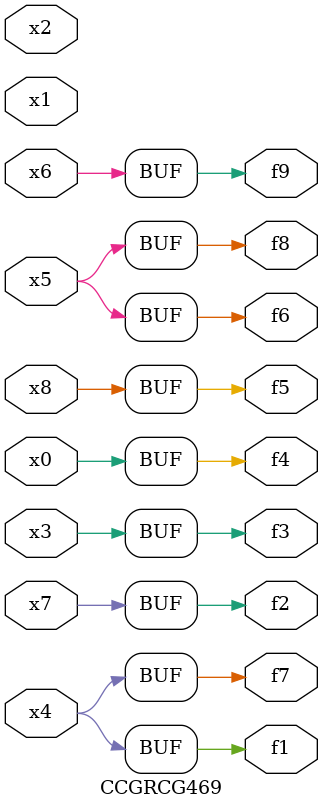
<source format=v>
module CCGRCG469(
	input x0, x1, x2, x3, x4, x5, x6, x7, x8,
	output f1, f2, f3, f4, f5, f6, f7, f8, f9
);
	assign f1 = x4;
	assign f2 = x7;
	assign f3 = x3;
	assign f4 = x0;
	assign f5 = x8;
	assign f6 = x5;
	assign f7 = x4;
	assign f8 = x5;
	assign f9 = x6;
endmodule

</source>
